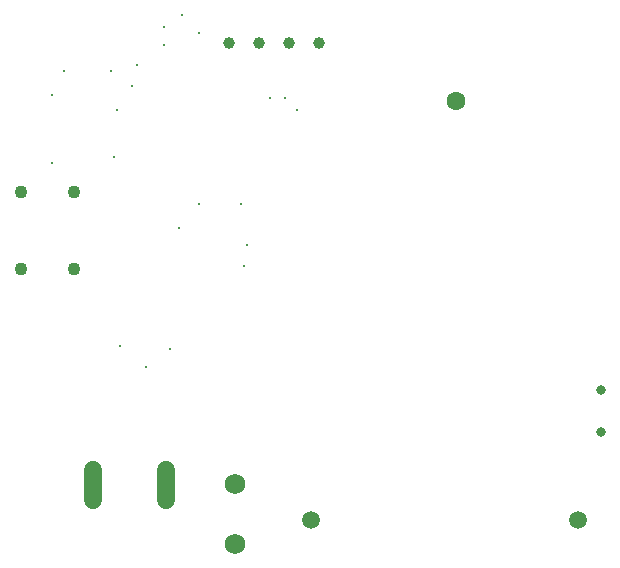
<source format=gbr>
%TF.GenerationSoftware,KiCad,Pcbnew,9.0.1+1*%
%TF.CreationDate,2025-10-27T20:24:24+00:00*%
%TF.ProjectId,ECAD_main,45434144-5f6d-4616-996e-2e6b69636164,rev?*%
%TF.SameCoordinates,Original*%
%TF.FileFunction,Plated,1,4,PTH,Mixed*%
%TF.FilePolarity,Positive*%
%FSLAX46Y46*%
G04 Gerber Fmt 4.6, Leading zero omitted, Abs format (unit mm)*
G04 Created by KiCad (PCBNEW 9.0.1+1) date 2025-10-27 20:24:24*
%MOMM*%
%LPD*%
G01*
G04 APERTURE LIST*
%TA.AperFunction,ViaDrill*%
%ADD10C,0.300000*%
%TD*%
%TA.AperFunction,ComponentDrill*%
%ADD11C,0.800000*%
%TD*%
%TA.AperFunction,ComponentDrill*%
%ADD12C,1.000000*%
%TD*%
%TA.AperFunction,ComponentDrill*%
%ADD13C,1.100000*%
%TD*%
G04 aperture for slot hole*
%TA.AperFunction,ComponentDrill*%
%ADD14C,1.500000*%
%TD*%
%TA.AperFunction,ComponentDrill*%
%ADD15C,1.500000*%
%TD*%
%TA.AperFunction,ComponentDrill*%
%ADD16C,1.600000*%
%TD*%
%TA.AperFunction,ComponentDrill*%
%ADD17C,1.750000*%
%TD*%
G04 APERTURE END LIST*
D10*
X16750000Y-30500000D03*
X16750000Y-36250000D03*
X17750000Y-28500000D03*
X21750000Y-28500000D03*
X22049265Y-35799265D03*
X22250000Y-31750000D03*
X22500000Y-51750000D03*
X23500000Y-29750000D03*
X24000000Y-28000000D03*
X24750000Y-53500000D03*
X26250000Y-24750000D03*
X26250000Y-26250000D03*
X26750000Y-52000000D03*
X27500000Y-41750000D03*
X27750000Y-23750000D03*
X29250000Y-25250000D03*
X29250000Y-39750000D03*
X32750000Y-39750000D03*
X33000000Y-45000000D03*
X33250000Y-43250000D03*
X35250000Y-30750000D03*
X36500000Y-30750000D03*
X37500000Y-31750000D03*
D11*
%TO.C,C10*%
X63250000Y-55500000D03*
X63250000Y-59000000D03*
D12*
%TO.C,J1*%
X31777500Y-26087500D03*
X34317500Y-26087500D03*
X36857500Y-26087500D03*
X39397500Y-26087500D03*
D13*
%TO.C,SW1*%
X14162500Y-38750000D03*
X14162500Y-45250000D03*
X18662500Y-38750000D03*
X18662500Y-45250000D03*
D14*
%TO.C,J3*%
X20250000Y-64760000D02*
X20250000Y-62240000D01*
X26450000Y-64760000D02*
X26450000Y-62240000D01*
D15*
%TO.C,F1*%
X38700000Y-66500000D03*
X61300000Y-66500000D03*
D16*
%TO.C,TP3*%
X51000000Y-31000000D03*
D17*
%TO.C,J2*%
X32250000Y-63455000D03*
X32250000Y-68535000D03*
M02*

</source>
